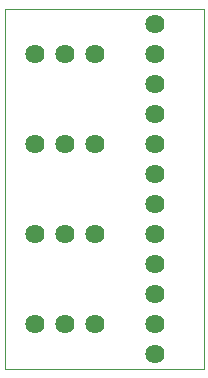
<source format=gbs>
G75*
%MOIN*%
%OFA0B0*%
%FSLAX24Y24*%
%IPPOS*%
%LPD*%
%AMOC8*
5,1,8,0,0,1.08239X$1,22.5*
%
%ADD10C,0.0000*%
%ADD11C,0.0640*%
D10*
X000100Y000125D02*
X000100Y012121D01*
X006720Y012121D01*
X006720Y000125D01*
X000100Y000125D01*
D11*
X001100Y001625D03*
X002100Y001625D03*
X003100Y001625D03*
X003100Y004625D03*
X002100Y004625D03*
X001100Y004625D03*
X001100Y007625D03*
X002100Y007625D03*
X003100Y007625D03*
X003100Y010625D03*
X002100Y010625D03*
X001100Y010625D03*
X005100Y010625D03*
X005100Y009625D03*
X005100Y008625D03*
X005100Y007625D03*
X005100Y006625D03*
X005100Y005625D03*
X005100Y004625D03*
X005100Y003625D03*
X005100Y002625D03*
X005100Y001625D03*
X005100Y000625D03*
X005100Y011625D03*
M02*

</source>
